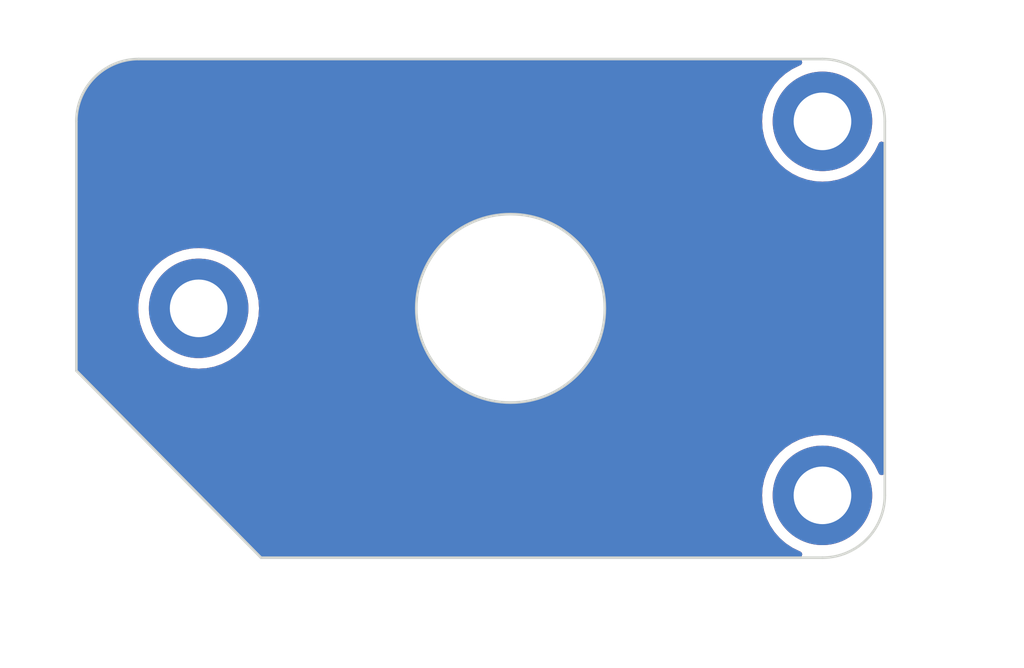
<source format=kicad_pcb>
(kicad_pcb (version 20221018) (generator pcbnew)
  (layers (0 "F.Cu" signal) (31 "B.Cu" signal) (34 "B.Paste" user) (35 "F.Paste" user) (36 "B.SilkS" user "B.Silkscreen") (37 "F.SilkS" user "F.Silkscreen") (38 "B.Mask" user) (39 "F.Mask" user) (44 "Edge.Cuts" user))
  (net 0 "")
  (footprint "MountingHole:MountingHole_2.2mm_M2" (layer "F.Cu") (at 103.577 143.664)
    (fp_text reference "H3" hide)
    (fp_text value "M2")
    (pad "" np_thru_hole circle locked (at 0 0) (size 3.8 3.8) (drill 2.2) (layers "F&B.Cu" "*.Mask"))
  )
  (footprint "MountingHole:MountingHole_2.2mm_M2" (layer "F.Cu") (at 79.763 136.52)
    (fp_text reference "H1" hide)
    (fp_text value "M2")
    (pad "" np_thru_hole circle locked (at 0 0) (size 3.8 3.8) (drill 2.2) (layers "F&B.Cu" "*.Mask"))
  )
  (footprint "DreaM117er-keebLibrary:RotaryEncoder_EC11" (layer "F.Cu") (at 91.67 136.52 -90)
    (fp_text reference "K7" hide)
    (fp_text value "EC-11")
    (fp_circle (center 0 0) (end 3.6 0) (stroke (width 0.1)) (fill none) (layer "Edge.Cuts"))
  )
  (footprint "MountingHole:MountingHole_2.2mm_M2" (layer "F.Cu") (at 103.577 129.376)
    (fp_text reference "H2" hide)
    (fp_text value "M2")
    (pad "" np_thru_hole circle locked (at 0 0) (size 3.8 3.8) (drill 2.2) (layers "F&B.Cu" "*.Mask"))
  )
  (gr_line (start 75.096 129.376663) (end 75.096 138.901337) (stroke (width 0.1)) (layer "Edge.Cuts"))
  (gr_line (start 82.145 146.045) (end 75.096 138.901337) (stroke (width 0.1)) (layer "Edge.Cuts"))
  (gr_arc (start 103.576906 126.995663) (mid 105.260532 127.693037) (end 105.957906 129.376663) (stroke (width 0.1)) (layer "Edge.Cuts"))
  (gr_arc (start 75.096 129.376663) (mid 75.793397 127.69306) (end 77.477 126.995663) (stroke (width 0.1)) (layer "Edge.Cuts"))
  (gr_line (start 103.577 146.045) (end 82.145 146.045) (stroke (width 0.1)) (layer "Edge.Cuts"))
  (gr_arc (start 105.958 143.664) (mid 105.260621 145.347621) (end 103.577 146.045) (stroke (width 0.1)) (layer "Edge.Cuts"))
  (gr_line (start 103.576906 126.995663) (end 77.477 126.995663) (stroke (width 0.1)) (layer "Edge.Cuts"))
  (gr_line (start 105.957906 129.376663) (end 105.958 143.664) (stroke (width 0.1)) (layer "Edge.Cuts"))
  (zone (net 0) (net_name "") (layers "F&B.Cu") (connect_pads (clearance 0.4)) (min_thickness 0.25) (fill yes (thermal_gap 0.5) (thermal_bridge_width 0.5) (island_removal_mode 1) (island_area_min 10))
    (polygon (pts (xy 72.18 124.74) (xy 111.28 124.74) (xy 111.28 150.28) (xy 72.26 149.97)))
  )
)
</source>
